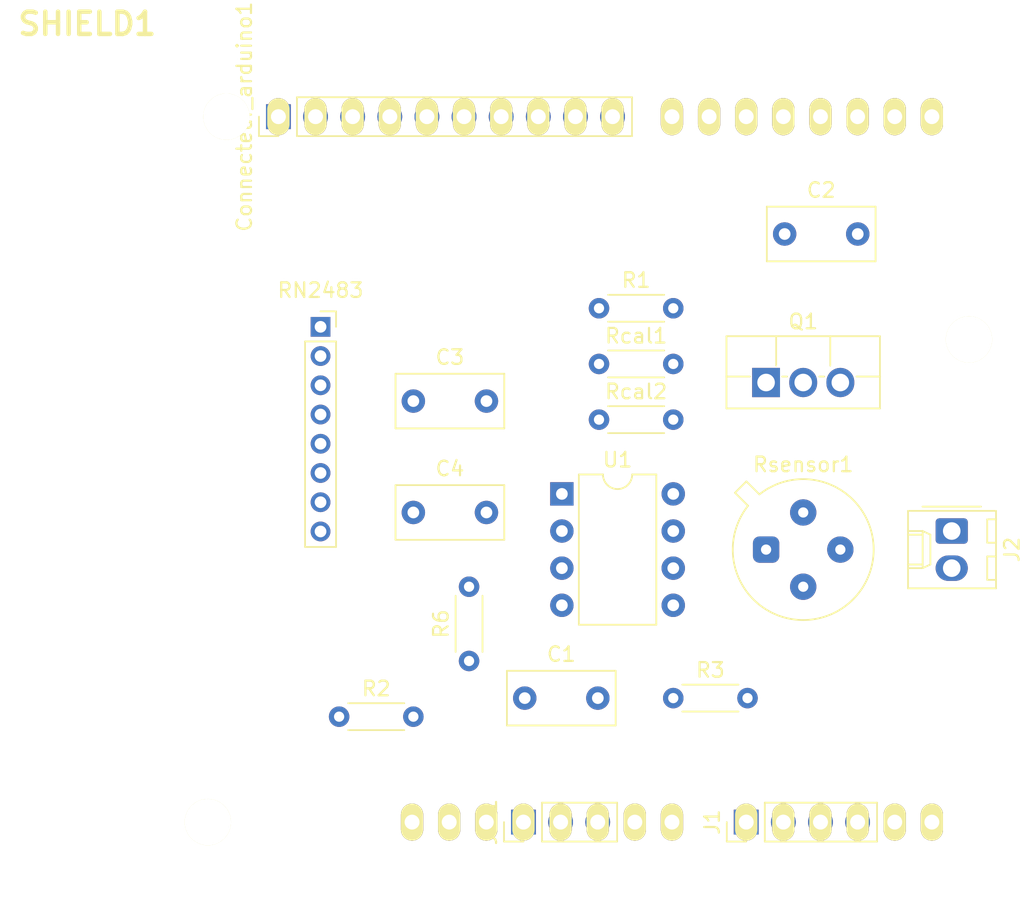
<source format=kicad_pcb>
(kicad_pcb (version 20171130) (host pcbnew "(5.0.1)-3")

  (general
    (thickness 1.6)
    (drawings 0)
    (tracks 0)
    (zones 0)
    (modules 19)
    (nets 62)
  )

  (page A4)
  (layers
    (0 F.Cu signal)
    (31 B.Cu signal)
    (32 B.Adhes user)
    (33 F.Adhes user)
    (34 B.Paste user)
    (35 F.Paste user)
    (36 B.SilkS user)
    (37 F.SilkS user)
    (38 B.Mask user)
    (39 F.Mask user)
    (40 Dwgs.User user)
    (41 Cmts.User user)
    (42 Eco1.User user)
    (43 Eco2.User user)
    (44 Edge.Cuts user)
    (45 Margin user)
    (46 B.CrtYd user)
    (47 F.CrtYd user)
    (48 B.Fab user)
    (49 F.Fab user)
  )

  (setup
    (last_trace_width 1)
    (trace_clearance 0.2)
    (zone_clearance 0.508)
    (zone_45_only no)
    (trace_min 0.2)
    (segment_width 0.2)
    (edge_width 0.1)
    (via_size 0.8)
    (via_drill 0.4)
    (via_min_size 0.4)
    (via_min_drill 0.3)
    (uvia_size 0.3)
    (uvia_drill 0.1)
    (uvias_allowed no)
    (uvia_min_size 0.2)
    (uvia_min_drill 0.1)
    (pcb_text_width 0.3)
    (pcb_text_size 1.5 1.5)
    (mod_edge_width 0.15)
    (mod_text_size 1 1)
    (mod_text_width 0.15)
    (pad_size 1.5 1.5)
    (pad_drill 0.6)
    (pad_to_mask_clearance 0)
    (aux_axis_origin 0 0)
    (visible_elements FFFFFF7F)
    (pcbplotparams
      (layerselection 0x010fc_ffffffff)
      (usegerberextensions false)
      (usegerberattributes false)
      (usegerberadvancedattributes false)
      (creategerberjobfile false)
      (excludeedgelayer true)
      (linewidth 0.100000)
      (plotframeref false)
      (viasonmask false)
      (mode 1)
      (useauxorigin false)
      (hpglpennumber 1)
      (hpglpenspeed 20)
      (hpglpendiameter 15.000000)
      (psnegative false)
      (psa4output false)
      (plotreference true)
      (plotvalue true)
      (plotinvisibletext false)
      (padsonsilk false)
      (subtractmaskfromsilk false)
      (outputformat 1)
      (mirror false)
      (drillshape 1)
      (scaleselection 1)
      (outputdirectory ""))
  )

  (net 0 "")
  (net 1 "Net-(C1-Pad1)")
  (net 2 GND)
  (net 3 GAS)
  (net 4 +5V)
  (net 5 "Net-(C4-Pad2)")
  (net 6 "Net-(C4-Pad1)")
  (net 7 "Net-(Connecteur_arduino1-Pad1)")
  (net 8 "Net-(Connecteur_arduino1-Pad2)")
  (net 9 "Net-(Connecteur_arduino1-Pad3)")
  (net 10 "Net-(Connecteur_arduino1-Pad4)")
  (net 11 "Net-(Connecteur_arduino1-Pad5)")
  (net 12 "Net-(Connecteur_arduino1-Pad6)")
  (net 13 TX)
  (net 14 RX)
  (net 15 "Net-(Connecteur_arduino1-Pad9)")
  (net 16 "Net-(Connecteur_arduino1-Pad10)")
  (net 17 "Net-(J1-Pad1)")
  (net 18 "Net-(J1-Pad2)")
  (net 19 "Net-(J1-Pad4)")
  (net 20 "Net-(J2-Pad1)")
  (net 21 +3V3)
  (net 22 "Net-(Q1-Pad1)")
  (net 23 "Net-(R1-Pad1)")
  (net 24 "Net-(Rcal1-Pad2)")
  (net 25 "Net-(RN2483-Pad3)")
  (net 26 "Net-(RN2483-Pad4)")
  (net 27 "Net-(RN2483-Pad5)")
  (net 28 "Net-(RN2483-Pad7)")
  (net 29 "Net-(SHIELD1-PadAD5)")
  (net 30 "Net-(SHIELD1-PadAD4)")
  (net 31 "Net-(SHIELD1-PadAD3)")
  (net 32 "Net-(SHIELD1-PadAD0)")
  (net 33 "Net-(SHIELD1-PadAD1)")
  (net 34 "Net-(SHIELD1-PadAD2)")
  (net 35 "Net-(SHIELD1-PadV_IN)")
  (net 36 "Net-(SHIELD1-PadGND1)")
  (net 37 "Net-(SHIELD1-Pad3V3)")
  (net 38 "Net-(SHIELD1-PadRST)")
  (net 39 "Net-(SHIELD1-Pad0)")
  (net 40 "Net-(SHIELD1-Pad1)")
  (net 41 "Net-(SHIELD1-Pad2)")
  (net 42 "Net-(SHIELD1-Pad3)")
  (net 43 "Net-(SHIELD1-Pad4)")
  (net 44 "Net-(SHIELD1-Pad5)")
  (net 45 "Net-(SHIELD1-Pad6)")
  (net 46 "Net-(SHIELD1-Pad7)")
  (net 47 "Net-(SHIELD1-Pad8)")
  (net 48 "Net-(SHIELD1-Pad9)")
  (net 49 "Net-(SHIELD1-Pad10)")
  (net 50 "Net-(SHIELD1-Pad11)")
  (net 51 "Net-(SHIELD1-Pad12)")
  (net 52 "Net-(SHIELD1-Pad13)")
  (net 53 "Net-(SHIELD1-PadAREF)")
  (net 54 "Net-(SHIELD1-Pad5V)")
  (net 55 "Net-(SHIELD1-PadSDA)")
  (net 56 "Net-(SHIELD1-PadSCL)")
  (net 57 "Net-(SHIELD1-PadIO_R)")
  (net 58 "Net-(SHIELD1-PadNC)")
  (net 59 "Net-(U1-Pad1)")
  (net 60 "Net-(U1-Pad5)")
  (net 61 "Net-(U1-Pad8)")

  (net_class Default "Ceci est la Netclass par défaut."
    (clearance 0.2)
    (trace_width 1)
    (via_dia 0.8)
    (via_drill 0.4)
    (uvia_dia 0.3)
    (uvia_drill 0.1)
    (add_net +3V3)
    (add_net +5V)
    (add_net GAS)
    (add_net GND)
    (add_net "Net-(C1-Pad1)")
    (add_net "Net-(C4-Pad1)")
    (add_net "Net-(C4-Pad2)")
    (add_net "Net-(Connecteur_arduino1-Pad1)")
    (add_net "Net-(Connecteur_arduino1-Pad10)")
    (add_net "Net-(Connecteur_arduino1-Pad2)")
    (add_net "Net-(Connecteur_arduino1-Pad3)")
    (add_net "Net-(Connecteur_arduino1-Pad4)")
    (add_net "Net-(Connecteur_arduino1-Pad5)")
    (add_net "Net-(Connecteur_arduino1-Pad6)")
    (add_net "Net-(Connecteur_arduino1-Pad9)")
    (add_net "Net-(J1-Pad1)")
    (add_net "Net-(J1-Pad2)")
    (add_net "Net-(J1-Pad4)")
    (add_net "Net-(J2-Pad1)")
    (add_net "Net-(Q1-Pad1)")
    (add_net "Net-(R1-Pad1)")
    (add_net "Net-(RN2483-Pad3)")
    (add_net "Net-(RN2483-Pad4)")
    (add_net "Net-(RN2483-Pad5)")
    (add_net "Net-(RN2483-Pad7)")
    (add_net "Net-(Rcal1-Pad2)")
    (add_net "Net-(SHIELD1-Pad0)")
    (add_net "Net-(SHIELD1-Pad1)")
    (add_net "Net-(SHIELD1-Pad10)")
    (add_net "Net-(SHIELD1-Pad11)")
    (add_net "Net-(SHIELD1-Pad12)")
    (add_net "Net-(SHIELD1-Pad13)")
    (add_net "Net-(SHIELD1-Pad2)")
    (add_net "Net-(SHIELD1-Pad3)")
    (add_net "Net-(SHIELD1-Pad3V3)")
    (add_net "Net-(SHIELD1-Pad4)")
    (add_net "Net-(SHIELD1-Pad5)")
    (add_net "Net-(SHIELD1-Pad5V)")
    (add_net "Net-(SHIELD1-Pad6)")
    (add_net "Net-(SHIELD1-Pad7)")
    (add_net "Net-(SHIELD1-Pad8)")
    (add_net "Net-(SHIELD1-Pad9)")
    (add_net "Net-(SHIELD1-PadAD0)")
    (add_net "Net-(SHIELD1-PadAD1)")
    (add_net "Net-(SHIELD1-PadAD2)")
    (add_net "Net-(SHIELD1-PadAD3)")
    (add_net "Net-(SHIELD1-PadAD4)")
    (add_net "Net-(SHIELD1-PadAD5)")
    (add_net "Net-(SHIELD1-PadAREF)")
    (add_net "Net-(SHIELD1-PadGND1)")
    (add_net "Net-(SHIELD1-PadIO_R)")
    (add_net "Net-(SHIELD1-PadNC)")
    (add_net "Net-(SHIELD1-PadRST)")
    (add_net "Net-(SHIELD1-PadSCL)")
    (add_net "Net-(SHIELD1-PadSDA)")
    (add_net "Net-(SHIELD1-PadV_IN)")
    (add_net "Net-(U1-Pad1)")
    (add_net "Net-(U1-Pad5)")
    (add_net "Net-(U1-Pad8)")
    (add_net RX)
    (add_net TX)
  )

  (net_class alim ""
    (clearance 0.2)
    (trace_width 1)
    (via_dia 0.8)
    (via_drill 0.4)
    (uvia_dia 0.3)
    (uvia_drill 0.1)
  )

  (module Capacitor_THT:C_Rect_L7.2mm_W3.5mm_P5.00mm_FKS2_FKP2_MKS2_MKP2 (layer F.Cu) (tedit 5AE50EF0) (tstamp 5C012A33)
    (at 147.32 110.49)
    (descr "C, Rect series, Radial, pin pitch=5.00mm, , length*width=7.2*3.5mm^2, Capacitor, http://www.wima.com/EN/WIMA_FKS_2.pdf")
    (tags "C Rect series Radial pin pitch 5.00mm  length 7.2mm width 3.5mm Capacitor")
    (path /5BEAC7FF)
    (fp_text reference C1 (at 2.5 -3) (layer F.SilkS)
      (effects (font (size 1 1) (thickness 0.15)))
    )
    (fp_text value 100n (at 2.5 3) (layer F.Fab)
      (effects (font (size 1 1) (thickness 0.15)))
    )
    (fp_line (start -1.1 -1.75) (end -1.1 1.75) (layer F.Fab) (width 0.1))
    (fp_line (start -1.1 1.75) (end 6.1 1.75) (layer F.Fab) (width 0.1))
    (fp_line (start 6.1 1.75) (end 6.1 -1.75) (layer F.Fab) (width 0.1))
    (fp_line (start 6.1 -1.75) (end -1.1 -1.75) (layer F.Fab) (width 0.1))
    (fp_line (start -1.22 -1.87) (end 6.22 -1.87) (layer F.SilkS) (width 0.12))
    (fp_line (start -1.22 1.87) (end 6.22 1.87) (layer F.SilkS) (width 0.12))
    (fp_line (start -1.22 -1.87) (end -1.22 1.87) (layer F.SilkS) (width 0.12))
    (fp_line (start 6.22 -1.87) (end 6.22 1.87) (layer F.SilkS) (width 0.12))
    (fp_line (start -1.35 -2) (end -1.35 2) (layer F.CrtYd) (width 0.05))
    (fp_line (start -1.35 2) (end 6.35 2) (layer F.CrtYd) (width 0.05))
    (fp_line (start 6.35 2) (end 6.35 -2) (layer F.CrtYd) (width 0.05))
    (fp_line (start 6.35 -2) (end -1.35 -2) (layer F.CrtYd) (width 0.05))
    (fp_text user %R (at 2.5 0) (layer F.Fab)
      (effects (font (size 1 1) (thickness 0.15)))
    )
    (pad 1 thru_hole circle (at 0 0) (size 1.6 1.6) (drill 0.8) (layers *.Cu *.Mask)
      (net 1 "Net-(C1-Pad1)"))
    (pad 2 thru_hole circle (at 5 0) (size 1.6 1.6) (drill 0.8) (layers *.Cu *.Mask)
      (net 2 GND))
    (model ${KISYS3DMOD}/Capacitor_THT.3dshapes/C_Rect_L7.2mm_W3.5mm_P5.00mm_FKS2_FKP2_MKS2_MKP2.wrl
      (at (xyz 0 0 0))
      (scale (xyz 1 1 1))
      (rotate (xyz 0 0 0))
    )
  )

  (module Capacitor_THT:C_Rect_L7.2mm_W3.5mm_P5.00mm_FKS2_FKP2_MKS2_MKP2 (layer F.Cu) (tedit 5AE50EF0) (tstamp 5C012A46)
    (at 165.1 78.74)
    (descr "C, Rect series, Radial, pin pitch=5.00mm, , length*width=7.2*3.5mm^2, Capacitor, http://www.wima.com/EN/WIMA_FKS_2.pdf")
    (tags "C Rect series Radial pin pitch 5.00mm  length 7.2mm width 3.5mm Capacitor")
    (path /5BE33E33)
    (fp_text reference C2 (at 2.5 -3) (layer F.SilkS)
      (effects (font (size 1 1) (thickness 0.15)))
    )
    (fp_text value 100n (at 2.5 3) (layer F.Fab)
      (effects (font (size 1 1) (thickness 0.15)))
    )
    (fp_line (start -1.1 -1.75) (end -1.1 1.75) (layer F.Fab) (width 0.1))
    (fp_line (start -1.1 1.75) (end 6.1 1.75) (layer F.Fab) (width 0.1))
    (fp_line (start 6.1 1.75) (end 6.1 -1.75) (layer F.Fab) (width 0.1))
    (fp_line (start 6.1 -1.75) (end -1.1 -1.75) (layer F.Fab) (width 0.1))
    (fp_line (start -1.22 -1.87) (end 6.22 -1.87) (layer F.SilkS) (width 0.12))
    (fp_line (start -1.22 1.87) (end 6.22 1.87) (layer F.SilkS) (width 0.12))
    (fp_line (start -1.22 -1.87) (end -1.22 1.87) (layer F.SilkS) (width 0.12))
    (fp_line (start 6.22 -1.87) (end 6.22 1.87) (layer F.SilkS) (width 0.12))
    (fp_line (start -1.35 -2) (end -1.35 2) (layer F.CrtYd) (width 0.05))
    (fp_line (start -1.35 2) (end 6.35 2) (layer F.CrtYd) (width 0.05))
    (fp_line (start 6.35 2) (end 6.35 -2) (layer F.CrtYd) (width 0.05))
    (fp_line (start 6.35 -2) (end -1.35 -2) (layer F.CrtYd) (width 0.05))
    (fp_text user %R (at 2.5 0) (layer F.Fab)
      (effects (font (size 1 1) (thickness 0.15)))
    )
    (pad 1 thru_hole circle (at 0 0) (size 1.6 1.6) (drill 0.8) (layers *.Cu *.Mask)
      (net 3 GAS))
    (pad 2 thru_hole circle (at 5 0) (size 1.6 1.6) (drill 0.8) (layers *.Cu *.Mask)
      (net 2 GND))
    (model ${KISYS3DMOD}/Capacitor_THT.3dshapes/C_Rect_L7.2mm_W3.5mm_P5.00mm_FKS2_FKP2_MKS2_MKP2.wrl
      (at (xyz 0 0 0))
      (scale (xyz 1 1 1))
      (rotate (xyz 0 0 0))
    )
  )

  (module Capacitor_THT:C_Rect_L7.2mm_W3.5mm_P5.00mm_FKS2_FKP2_MKS2_MKP2 (layer F.Cu) (tedit 5AE50EF0) (tstamp 5C012A59)
    (at 139.7 90.17)
    (descr "C, Rect series, Radial, pin pitch=5.00mm, , length*width=7.2*3.5mm^2, Capacitor, http://www.wima.com/EN/WIMA_FKS_2.pdf")
    (tags "C Rect series Radial pin pitch 5.00mm  length 7.2mm width 3.5mm Capacitor")
    (path /5BE33EDD)
    (fp_text reference C3 (at 2.5 -3) (layer F.SilkS)
      (effects (font (size 1 1) (thickness 0.15)))
    )
    (fp_text value 100n (at 2.5 3) (layer F.Fab)
      (effects (font (size 1 1) (thickness 0.15)))
    )
    (fp_text user %R (at 2.5 0) (layer F.Fab)
      (effects (font (size 1 1) (thickness 0.15)))
    )
    (fp_line (start 6.35 -2) (end -1.35 -2) (layer F.CrtYd) (width 0.05))
    (fp_line (start 6.35 2) (end 6.35 -2) (layer F.CrtYd) (width 0.05))
    (fp_line (start -1.35 2) (end 6.35 2) (layer F.CrtYd) (width 0.05))
    (fp_line (start -1.35 -2) (end -1.35 2) (layer F.CrtYd) (width 0.05))
    (fp_line (start 6.22 -1.87) (end 6.22 1.87) (layer F.SilkS) (width 0.12))
    (fp_line (start -1.22 -1.87) (end -1.22 1.87) (layer F.SilkS) (width 0.12))
    (fp_line (start -1.22 1.87) (end 6.22 1.87) (layer F.SilkS) (width 0.12))
    (fp_line (start -1.22 -1.87) (end 6.22 -1.87) (layer F.SilkS) (width 0.12))
    (fp_line (start 6.1 -1.75) (end -1.1 -1.75) (layer F.Fab) (width 0.1))
    (fp_line (start 6.1 1.75) (end 6.1 -1.75) (layer F.Fab) (width 0.1))
    (fp_line (start -1.1 1.75) (end 6.1 1.75) (layer F.Fab) (width 0.1))
    (fp_line (start -1.1 -1.75) (end -1.1 1.75) (layer F.Fab) (width 0.1))
    (pad 2 thru_hole circle (at 5 0) (size 1.6 1.6) (drill 0.8) (layers *.Cu *.Mask)
      (net 2 GND))
    (pad 1 thru_hole circle (at 0 0) (size 1.6 1.6) (drill 0.8) (layers *.Cu *.Mask)
      (net 4 +5V))
    (model ${KISYS3DMOD}/Capacitor_THT.3dshapes/C_Rect_L7.2mm_W3.5mm_P5.00mm_FKS2_FKP2_MKS2_MKP2.wrl
      (at (xyz 0 0 0))
      (scale (xyz 1 1 1))
      (rotate (xyz 0 0 0))
    )
  )

  (module Capacitor_THT:C_Rect_L7.2mm_W3.5mm_P5.00mm_FKS2_FKP2_MKS2_MKP2 (layer F.Cu) (tedit 5AE50EF0) (tstamp 5C012A6C)
    (at 139.7 97.79)
    (descr "C, Rect series, Radial, pin pitch=5.00mm, , length*width=7.2*3.5mm^2, Capacitor, http://www.wima.com/EN/WIMA_FKS_2.pdf")
    (tags "C Rect series Radial pin pitch 5.00mm  length 7.2mm width 3.5mm Capacitor")
    (path /5BE33CE3)
    (fp_text reference C4 (at 2.5 -3) (layer F.SilkS)
      (effects (font (size 1 1) (thickness 0.15)))
    )
    (fp_text value 1u (at 2.5 3) (layer F.Fab)
      (effects (font (size 1 1) (thickness 0.15)))
    )
    (fp_text user %R (at 2.5 0) (layer F.Fab)
      (effects (font (size 1 1) (thickness 0.15)))
    )
    (fp_line (start 6.35 -2) (end -1.35 -2) (layer F.CrtYd) (width 0.05))
    (fp_line (start 6.35 2) (end 6.35 -2) (layer F.CrtYd) (width 0.05))
    (fp_line (start -1.35 2) (end 6.35 2) (layer F.CrtYd) (width 0.05))
    (fp_line (start -1.35 -2) (end -1.35 2) (layer F.CrtYd) (width 0.05))
    (fp_line (start 6.22 -1.87) (end 6.22 1.87) (layer F.SilkS) (width 0.12))
    (fp_line (start -1.22 -1.87) (end -1.22 1.87) (layer F.SilkS) (width 0.12))
    (fp_line (start -1.22 1.87) (end 6.22 1.87) (layer F.SilkS) (width 0.12))
    (fp_line (start -1.22 -1.87) (end 6.22 -1.87) (layer F.SilkS) (width 0.12))
    (fp_line (start 6.1 -1.75) (end -1.1 -1.75) (layer F.Fab) (width 0.1))
    (fp_line (start 6.1 1.75) (end 6.1 -1.75) (layer F.Fab) (width 0.1))
    (fp_line (start -1.1 1.75) (end 6.1 1.75) (layer F.Fab) (width 0.1))
    (fp_line (start -1.1 -1.75) (end -1.1 1.75) (layer F.Fab) (width 0.1))
    (pad 2 thru_hole circle (at 5 0) (size 1.6 1.6) (drill 0.8) (layers *.Cu *.Mask)
      (net 5 "Net-(C4-Pad2)"))
    (pad 1 thru_hole circle (at 0 0) (size 1.6 1.6) (drill 0.8) (layers *.Cu *.Mask)
      (net 6 "Net-(C4-Pad1)"))
    (model ${KISYS3DMOD}/Capacitor_THT.3dshapes/C_Rect_L7.2mm_W3.5mm_P5.00mm_FKS2_FKP2_MKS2_MKP2.wrl
      (at (xyz 0 0 0))
      (scale (xyz 1 1 1))
      (rotate (xyz 0 0 0))
    )
  )

  (module Connector_PinHeader_2.54mm:PinHeader_1x10_P2.54mm_Vertical (layer F.Cu) (tedit 59FED5CC) (tstamp 5C012A8A)
    (at 130.4671 70.7136 90)
    (descr "Through hole straight pin header, 1x10, 2.54mm pitch, single row")
    (tags "Through hole pin header THT 1x10 2.54mm single row")
    (path /5BE36BD3)
    (fp_text reference Connecteur_arduino1 (at 0 -2.33 90) (layer F.SilkS)
      (effects (font (size 1 1) (thickness 0.15)))
    )
    (fp_text value Conn_01x10 (at 0 25.19 90) (layer F.Fab)
      (effects (font (size 1 1) (thickness 0.15)))
    )
    (fp_line (start -0.635 -1.27) (end 1.27 -1.27) (layer F.Fab) (width 0.1))
    (fp_line (start 1.27 -1.27) (end 1.27 24.13) (layer F.Fab) (width 0.1))
    (fp_line (start 1.27 24.13) (end -1.27 24.13) (layer F.Fab) (width 0.1))
    (fp_line (start -1.27 24.13) (end -1.27 -0.635) (layer F.Fab) (width 0.1))
    (fp_line (start -1.27 -0.635) (end -0.635 -1.27) (layer F.Fab) (width 0.1))
    (fp_line (start -1.33 24.19) (end 1.33 24.19) (layer F.SilkS) (width 0.12))
    (fp_line (start -1.33 1.27) (end -1.33 24.19) (layer F.SilkS) (width 0.12))
    (fp_line (start 1.33 1.27) (end 1.33 24.19) (layer F.SilkS) (width 0.12))
    (fp_line (start -1.33 1.27) (end 1.33 1.27) (layer F.SilkS) (width 0.12))
    (fp_line (start -1.33 0) (end -1.33 -1.33) (layer F.SilkS) (width 0.12))
    (fp_line (start -1.33 -1.33) (end 0 -1.33) (layer F.SilkS) (width 0.12))
    (fp_line (start -1.8 -1.8) (end -1.8 24.65) (layer F.CrtYd) (width 0.05))
    (fp_line (start -1.8 24.65) (end 1.8 24.65) (layer F.CrtYd) (width 0.05))
    (fp_line (start 1.8 24.65) (end 1.8 -1.8) (layer F.CrtYd) (width 0.05))
    (fp_line (start 1.8 -1.8) (end -1.8 -1.8) (layer F.CrtYd) (width 0.05))
    (fp_text user %R (at 0 11.43 180) (layer F.Fab)
      (effects (font (size 1 1) (thickness 0.15)))
    )
    (pad 1 thru_hole rect (at 0 0 90) (size 1.7 1.7) (drill 1) (layers *.Cu *.Mask)
      (net 7 "Net-(Connecteur_arduino1-Pad1)"))
    (pad 2 thru_hole oval (at 0 2.54 90) (size 1.7 1.7) (drill 1) (layers *.Cu *.Mask)
      (net 8 "Net-(Connecteur_arduino1-Pad2)"))
    (pad 3 thru_hole oval (at 0 5.08 90) (size 1.7 1.7) (drill 1) (layers *.Cu *.Mask)
      (net 9 "Net-(Connecteur_arduino1-Pad3)"))
    (pad 4 thru_hole oval (at 0 7.62 90) (size 1.7 1.7) (drill 1) (layers *.Cu *.Mask)
      (net 10 "Net-(Connecteur_arduino1-Pad4)"))
    (pad 5 thru_hole oval (at 0 10.16 90) (size 1.7 1.7) (drill 1) (layers *.Cu *.Mask)
      (net 11 "Net-(Connecteur_arduino1-Pad5)"))
    (pad 6 thru_hole oval (at 0 12.7 90) (size 1.7 1.7) (drill 1) (layers *.Cu *.Mask)
      (net 12 "Net-(Connecteur_arduino1-Pad6)"))
    (pad 7 thru_hole oval (at 0 15.24 90) (size 1.7 1.7) (drill 1) (layers *.Cu *.Mask)
      (net 13 TX))
    (pad 8 thru_hole oval (at 0 17.78 90) (size 1.7 1.7) (drill 1) (layers *.Cu *.Mask)
      (net 14 RX))
    (pad 9 thru_hole oval (at 0 20.32 90) (size 1.7 1.7) (drill 1) (layers *.Cu *.Mask)
      (net 15 "Net-(Connecteur_arduino1-Pad9)"))
    (pad 10 thru_hole oval (at 0 22.86 90) (size 1.7 1.7) (drill 1) (layers *.Cu *.Mask)
      (net 16 "Net-(Connecteur_arduino1-Pad10)"))
    (model ${KISYS3DMOD}/Connector_PinHeader_2.54mm.3dshapes/PinHeader_1x10_P2.54mm_Vertical.wrl
      (at (xyz 0 0 0))
      (scale (xyz 1 1 1))
      (rotate (xyz 0 0 0))
    )
  )

  (module Connector_PinHeader_2.54mm:PinHeader_1x04_P2.54mm_Vertical (layer F.Cu) (tedit 59FED5CC) (tstamp 5C012AA2)
    (at 162.4711 118.9736 90)
    (descr "Through hole straight pin header, 1x04, 2.54mm pitch, single row")
    (tags "Through hole pin header THT 1x04 2.54mm single row")
    (path /5BFB17B5)
    (fp_text reference J1 (at 0 -2.33 90) (layer F.SilkS)
      (effects (font (size 1 1) (thickness 0.15)))
    )
    (fp_text value Conn_01x04_Male (at 0 9.95 90) (layer F.Fab)
      (effects (font (size 1 1) (thickness 0.15)))
    )
    (fp_line (start -0.635 -1.27) (end 1.27 -1.27) (layer F.Fab) (width 0.1))
    (fp_line (start 1.27 -1.27) (end 1.27 8.89) (layer F.Fab) (width 0.1))
    (fp_line (start 1.27 8.89) (end -1.27 8.89) (layer F.Fab) (width 0.1))
    (fp_line (start -1.27 8.89) (end -1.27 -0.635) (layer F.Fab) (width 0.1))
    (fp_line (start -1.27 -0.635) (end -0.635 -1.27) (layer F.Fab) (width 0.1))
    (fp_line (start -1.33 8.95) (end 1.33 8.95) (layer F.SilkS) (width 0.12))
    (fp_line (start -1.33 1.27) (end -1.33 8.95) (layer F.SilkS) (width 0.12))
    (fp_line (start 1.33 1.27) (end 1.33 8.95) (layer F.SilkS) (width 0.12))
    (fp_line (start -1.33 1.27) (end 1.33 1.27) (layer F.SilkS) (width 0.12))
    (fp_line (start -1.33 0) (end -1.33 -1.33) (layer F.SilkS) (width 0.12))
    (fp_line (start -1.33 -1.33) (end 0 -1.33) (layer F.SilkS) (width 0.12))
    (fp_line (start -1.8 -1.8) (end -1.8 9.4) (layer F.CrtYd) (width 0.05))
    (fp_line (start -1.8 9.4) (end 1.8 9.4) (layer F.CrtYd) (width 0.05))
    (fp_line (start 1.8 9.4) (end 1.8 -1.8) (layer F.CrtYd) (width 0.05))
    (fp_line (start 1.8 -1.8) (end -1.8 -1.8) (layer F.CrtYd) (width 0.05))
    (fp_text user %R (at 0 3.81 180) (layer F.Fab)
      (effects (font (size 1 1) (thickness 0.15)))
    )
    (pad 1 thru_hole rect (at 0 0 90) (size 1.7 1.7) (drill 1) (layers *.Cu *.Mask)
      (net 17 "Net-(J1-Pad1)"))
    (pad 2 thru_hole oval (at 0 2.54 90) (size 1.7 1.7) (drill 1) (layers *.Cu *.Mask)
      (net 18 "Net-(J1-Pad2)"))
    (pad 3 thru_hole oval (at 0 5.08 90) (size 1.7 1.7) (drill 1) (layers *.Cu *.Mask)
      (net 3 GAS))
    (pad 4 thru_hole oval (at 0 7.62 90) (size 1.7 1.7) (drill 1) (layers *.Cu *.Mask)
      (net 19 "Net-(J1-Pad4)"))
    (model ${KISYS3DMOD}/Connector_PinHeader_2.54mm.3dshapes/PinHeader_1x04_P2.54mm_Vertical.wrl
      (at (xyz 0 0 0))
      (scale (xyz 1 1 1))
      (rotate (xyz 0 0 0))
    )
  )

  (module Connector_Molex:Molex_KK-254_AE-6410-02A_1x02_P2.54mm_Vertical (layer F.Cu) (tedit 5B78013E) (tstamp 5C012AC6)
    (at 176.53 99.06 270)
    (descr "Molex KK-254 Interconnect System, old/engineering part number: AE-6410-02A example for new part number: 22-27-2021, 2 Pins (http://www.molex.com/pdm_docs/sd/022272021_sd.pdf), generated with kicad-footprint-generator")
    (tags "connector Molex KK-254 side entry")
    (path /5BEC4B2F)
    (fp_text reference J2 (at 1.27 -4.12 270) (layer F.SilkS)
      (effects (font (size 1 1) (thickness 0.15)))
    )
    (fp_text value "Alim Vin" (at 1.27 4.08 270) (layer F.Fab)
      (effects (font (size 1 1) (thickness 0.15)))
    )
    (fp_line (start -1.27 -2.92) (end -1.27 2.88) (layer F.Fab) (width 0.1))
    (fp_line (start -1.27 2.88) (end 3.81 2.88) (layer F.Fab) (width 0.1))
    (fp_line (start 3.81 2.88) (end 3.81 -2.92) (layer F.Fab) (width 0.1))
    (fp_line (start 3.81 -2.92) (end -1.27 -2.92) (layer F.Fab) (width 0.1))
    (fp_line (start -1.38 -3.03) (end -1.38 2.99) (layer F.SilkS) (width 0.12))
    (fp_line (start -1.38 2.99) (end 3.92 2.99) (layer F.SilkS) (width 0.12))
    (fp_line (start 3.92 2.99) (end 3.92 -3.03) (layer F.SilkS) (width 0.12))
    (fp_line (start 3.92 -3.03) (end -1.38 -3.03) (layer F.SilkS) (width 0.12))
    (fp_line (start -1.67 -2) (end -1.67 2) (layer F.SilkS) (width 0.12))
    (fp_line (start -1.27 -0.5) (end -0.562893 0) (layer F.Fab) (width 0.1))
    (fp_line (start -0.562893 0) (end -1.27 0.5) (layer F.Fab) (width 0.1))
    (fp_line (start 0 2.99) (end 0 1.99) (layer F.SilkS) (width 0.12))
    (fp_line (start 0 1.99) (end 2.54 1.99) (layer F.SilkS) (width 0.12))
    (fp_line (start 2.54 1.99) (end 2.54 2.99) (layer F.SilkS) (width 0.12))
    (fp_line (start 0 1.99) (end 0.25 1.46) (layer F.SilkS) (width 0.12))
    (fp_line (start 0.25 1.46) (end 2.29 1.46) (layer F.SilkS) (width 0.12))
    (fp_line (start 2.29 1.46) (end 2.54 1.99) (layer F.SilkS) (width 0.12))
    (fp_line (start 0.25 2.99) (end 0.25 1.99) (layer F.SilkS) (width 0.12))
    (fp_line (start 2.29 2.99) (end 2.29 1.99) (layer F.SilkS) (width 0.12))
    (fp_line (start -0.8 -3.03) (end -0.8 -2.43) (layer F.SilkS) (width 0.12))
    (fp_line (start -0.8 -2.43) (end 0.8 -2.43) (layer F.SilkS) (width 0.12))
    (fp_line (start 0.8 -2.43) (end 0.8 -3.03) (layer F.SilkS) (width 0.12))
    (fp_line (start 1.74 -3.03) (end 1.74 -2.43) (layer F.SilkS) (width 0.12))
    (fp_line (start 1.74 -2.43) (end 3.34 -2.43) (layer F.SilkS) (width 0.12))
    (fp_line (start 3.34 -2.43) (end 3.34 -3.03) (layer F.SilkS) (width 0.12))
    (fp_line (start -1.77 -3.42) (end -1.77 3.38) (layer F.CrtYd) (width 0.05))
    (fp_line (start -1.77 3.38) (end 4.31 3.38) (layer F.CrtYd) (width 0.05))
    (fp_line (start 4.31 3.38) (end 4.31 -3.42) (layer F.CrtYd) (width 0.05))
    (fp_line (start 4.31 -3.42) (end -1.77 -3.42) (layer F.CrtYd) (width 0.05))
    (fp_text user %R (at 1.27 -2.22 270) (layer F.Fab)
      (effects (font (size 1 1) (thickness 0.15)))
    )
    (pad 1 thru_hole roundrect (at 0 0 270) (size 1.74 2.2) (drill 1.2) (layers *.Cu *.Mask) (roundrect_rratio 0.143678)
      (net 20 "Net-(J2-Pad1)"))
    (pad 2 thru_hole oval (at 2.54 0 270) (size 1.74 2.2) (drill 1.2) (layers *.Cu *.Mask)
      (net 2 GND))
    (model ${KISYS3DMOD}/Connector_Molex.3dshapes/Molex_KK-254_AE-6410-02A_1x02_P2.54mm_Vertical.wrl
      (at (xyz 0 0 0))
      (scale (xyz 1 1 1))
      (rotate (xyz 0 0 0))
    )
  )

  (module Connector_PinHeader_2.54mm:PinHeader_1x03_P2.54mm_Vertical (layer F.Cu) (tedit 59FED5CC) (tstamp 5C012ADD)
    (at 147.2311 118.9736 90)
    (descr "Through hole straight pin header, 1x03, 2.54mm pitch, single row")
    (tags "Through hole pin header THT 1x03 2.54mm single row")
    (path /5BE94A05)
    (fp_text reference Jal1 (at 0 -2.33 90) (layer F.SilkS)
      (effects (font (size 1 1) (thickness 0.15)))
    )
    (fp_text value "alim conn" (at 0 7.41 90) (layer F.Fab)
      (effects (font (size 1 1) (thickness 0.15)))
    )
    (fp_line (start -0.635 -1.27) (end 1.27 -1.27) (layer F.Fab) (width 0.1))
    (fp_line (start 1.27 -1.27) (end 1.27 6.35) (layer F.Fab) (width 0.1))
    (fp_line (start 1.27 6.35) (end -1.27 6.35) (layer F.Fab) (width 0.1))
    (fp_line (start -1.27 6.35) (end -1.27 -0.635) (layer F.Fab) (width 0.1))
    (fp_line (start -1.27 -0.635) (end -0.635 -1.27) (layer F.Fab) (width 0.1))
    (fp_line (start -1.33 6.41) (end 1.33 6.41) (layer F.SilkS) (width 0.12))
    (fp_line (start -1.33 1.27) (end -1.33 6.41) (layer F.SilkS) (width 0.12))
    (fp_line (start 1.33 1.27) (end 1.33 6.41) (layer F.SilkS) (width 0.12))
    (fp_line (start -1.33 1.27) (end 1.33 1.27) (layer F.SilkS) (width 0.12))
    (fp_line (start -1.33 0) (end -1.33 -1.33) (layer F.SilkS) (width 0.12))
    (fp_line (start -1.33 -1.33) (end 0 -1.33) (layer F.SilkS) (width 0.12))
    (fp_line (start -1.8 -1.8) (end -1.8 6.85) (layer F.CrtYd) (width 0.05))
    (fp_line (start -1.8 6.85) (end 1.8 6.85) (layer F.CrtYd) (width 0.05))
    (fp_line (start 1.8 6.85) (end 1.8 -1.8) (layer F.CrtYd) (width 0.05))
    (fp_line (start 1.8 -1.8) (end -1.8 -1.8) (layer F.CrtYd) (width 0.05))
    (fp_text user %R (at 0 2.54 180) (layer F.Fab)
      (effects (font (size 1 1) (thickness 0.15)))
    )
    (pad 1 thru_hole rect (at 0 0 90) (size 1.7 1.7) (drill 1) (layers *.Cu *.Mask)
      (net 21 +3V3))
    (pad 2 thru_hole oval (at 0 2.54 90) (size 1.7 1.7) (drill 1) (layers *.Cu *.Mask)
      (net 4 +5V))
    (pad 3 thru_hole oval (at 0 5.08 90) (size 1.7 1.7) (drill 1) (layers *.Cu *.Mask)
      (net 2 GND))
    (model ${KISYS3DMOD}/Connector_PinHeader_2.54mm.3dshapes/PinHeader_1x03_P2.54mm_Vertical.wrl
      (at (xyz 0 0 0))
      (scale (xyz 1 1 1))
      (rotate (xyz 0 0 0))
    )
  )

  (module Package_TO_SOT_THT:TO-220F-3_Vertical (layer F.Cu) (tedit 5AC8BA0D) (tstamp 5C012AFA)
    (at 163.83 88.9)
    (descr "TO-220F-3, Vertical, RM 2.54mm, see http://www.st.com/resource/en/datasheet/stp20nm60.pdf")
    (tags "TO-220F-3 Vertical RM 2.54mm")
    (path /5BEAC90A)
    (fp_text reference Q1 (at 2.54 -4.1675) (layer F.SilkS)
      (effects (font (size 1 1) (thickness 0.15)))
    )
    (fp_text value 2N2219 (at 2.54 2.9025) (layer F.Fab)
      (effects (font (size 1 1) (thickness 0.15)))
    )
    (fp_line (start -2.59 -3.0475) (end -2.59 1.6525) (layer F.Fab) (width 0.1))
    (fp_line (start -2.59 1.6525) (end 7.67 1.6525) (layer F.Fab) (width 0.1))
    (fp_line (start 7.67 1.6525) (end 7.67 -3.0475) (layer F.Fab) (width 0.1))
    (fp_line (start 7.67 -3.0475) (end -2.59 -3.0475) (layer F.Fab) (width 0.1))
    (fp_line (start -2.59 -0.5275) (end 7.67 -0.5275) (layer F.Fab) (width 0.1))
    (fp_line (start 0.69 -3.0475) (end 0.69 -0.5275) (layer F.Fab) (width 0.1))
    (fp_line (start 4.39 -3.0475) (end 4.39 -0.5275) (layer F.Fab) (width 0.1))
    (fp_line (start -2.71 -3.168) (end 7.79 -3.168) (layer F.SilkS) (width 0.12))
    (fp_line (start -2.71 1.773) (end 7.79 1.773) (layer F.SilkS) (width 0.12))
    (fp_line (start -2.71 -3.168) (end -2.71 1.773) (layer F.SilkS) (width 0.12))
    (fp_line (start 7.79 -3.168) (end 7.79 1.773) (layer F.SilkS) (width 0.12))
    (fp_line (start -2.71 -0.408) (end -1.103 -0.408) (layer F.SilkS) (width 0.12))
    (fp_line (start 1.103 -0.408) (end 1.438 -0.408) (layer F.SilkS) (width 0.12))
    (fp_line (start 3.643 -0.408) (end 3.978 -0.408) (layer F.SilkS) (width 0.12))
    (fp_line (start 6.183 -0.408) (end 7.79 -0.408) (layer F.SilkS) (width 0.12))
    (fp_line (start 0.69 -3.168) (end 0.69 -1.15) (layer F.SilkS) (width 0.12))
    (fp_line (start 4.391 -3.168) (end 4.391 -1.15) (layer F.SilkS) (width 0.12))
    (fp_line (start -2.84 -3.3) (end -2.84 1.91) (layer F.CrtYd) (width 0.05))
    (fp_line (start -2.84 1.91) (end 7.92 1.91) (layer F.CrtYd) (width 0.05))
    (fp_line (start 7.92 1.91) (end 7.92 -3.3) (layer F.CrtYd) (width 0.05))
    (fp_line (start 7.92 -3.3) (end -2.84 -3.3) (layer F.CrtYd) (width 0.05))
    (fp_text user %R (at 2.54 -4.1675) (layer F.Fab)
      (effects (font (size 1 1) (thickness 0.15)))
    )
    (pad 1 thru_hole rect (at 0 0) (size 1.905 2) (drill 1.2) (layers *.Cu *.Mask)
      (net 22 "Net-(Q1-Pad1)"))
    (pad 2 thru_hole oval (at 2.54 0) (size 1.905 2) (drill 1.2) (layers *.Cu *.Mask)
      (net 16 "Net-(Connecteur_arduino1-Pad10)"))
    (pad 3 thru_hole oval (at 5.08 0) (size 1.905 2) (drill 1.2) (layers *.Cu *.Mask)
      (net 20 "Net-(J2-Pad1)"))
    (model ${KISYS3DMOD}/Package_TO_SOT_THT.3dshapes/TO-220F-3_Vertical.wrl
      (at (xyz 0 0 0))
      (scale (xyz 1 1 1))
      (rotate (xyz 0 0 0))
    )
  )

  (module Resistor_THT:R_Axial_DIN0204_L3.6mm_D1.6mm_P5.08mm_Horizontal (layer F.Cu) (tedit 5AE5139B) (tstamp 5C012B0D)
    (at 152.4 83.82)
    (descr "Resistor, Axial_DIN0204 series, Axial, Horizontal, pin pitch=5.08mm, 0.167W, length*diameter=3.6*1.6mm^2, http://cdn-reichelt.de/documents/datenblatt/B400/1_4W%23YAG.pdf")
    (tags "Resistor Axial_DIN0204 series Axial Horizontal pin pitch 5.08mm 0.167W length 3.6mm diameter 1.6mm")
    (path /5BEB55AB)
    (fp_text reference R1 (at 2.54 -1.92) (layer F.SilkS)
      (effects (font (size 1 1) (thickness 0.15)))
    )
    (fp_text value 10k (at 2.54 1.92) (layer F.Fab)
      (effects (font (size 1 1) (thickness 0.15)))
    )
    (fp_text user %R (at 2.54 0) (layer F.Fab)
      (effects (font (size 0.72 0.72) (thickness 0.108)))
    )
    (fp_line (start 6.03 -1.05) (end -0.95 -1.05) (layer F.CrtYd) (width 0.05))
    (fp_line (start 6.03 1.05) (end 6.03 -1.05) (layer F.CrtYd) (width 0.05))
    (fp_line (start -0.95 1.05) (end 6.03 1.05) (layer F.CrtYd) (width 0.05))
    (fp_line (start -0.95 -1.05) (end -0.95 1.05) (layer F.CrtYd) (width 0.05))
    (fp_line (start 0.62 0.92) (end 4.46 0.92) (layer F.SilkS) (width 0.12))
    (fp_line (start 0.62 -0.92) (end 4.46 -0.92) (layer F.SilkS) (width 0.12))
    (fp_line (start 5.08 0) (end 4.34 0) (layer F.Fab) (width 0.1))
    (fp_line (start 0 0) (end 0.74 0) (layer F.Fab) (width 0.1))
    (fp_line (start 4.34 -0.8) (end 0.74 -0.8) (layer F.Fab) (width 0.1))
    (fp_line (start 4.34 0.8) (end 4.34 -0.8) (layer F.Fab) (width 0.1))
    (fp_line (start 0.74 0.8) (end 4.34 0.8) (layer F.Fab) (width 0.1))
    (fp_line (start 0.74 -0.8) (end 0.74 0.8) (layer F.Fab) (width 0.1))
    (pad 2 thru_hole oval (at 5.08 0) (size 1.4 1.4) (drill 0.7) (layers *.Cu *.Mask)
      (net 1 "Net-(C1-Pad1)"))
    (pad 1 thru_hole circle (at 0 0) (size 1.4 1.4) (drill 0.7) (layers *.Cu *.Mask)
      (net 23 "Net-(R1-Pad1)"))
    (model ${KISYS3DMOD}/Resistor_THT.3dshapes/R_Axial_DIN0204_L3.6mm_D1.6mm_P5.08mm_Horizontal.wrl
      (at (xyz 0 0 0))
      (scale (xyz 1 1 1))
      (rotate (xyz 0 0 0))
    )
  )

  (module Resistor_THT:R_Axial_DIN0204_L3.6mm_D1.6mm_P5.08mm_Horizontal (layer F.Cu) (tedit 5AE5139B) (tstamp 5C012B20)
    (at 134.62 111.76)
    (descr "Resistor, Axial_DIN0204 series, Axial, Horizontal, pin pitch=5.08mm, 0.167W, length*diameter=3.6*1.6mm^2, http://cdn-reichelt.de/documents/datenblatt/B400/1_4W%23YAG.pdf")
    (tags "Resistor Axial_DIN0204 series Axial Horizontal pin pitch 5.08mm 0.167W length 3.6mm diameter 1.6mm")
    (path /5BE3414E)
    (fp_text reference R2 (at 2.54 -1.92) (layer F.SilkS)
      (effects (font (size 1 1) (thickness 0.15)))
    )
    (fp_text value 100k (at 2.54 1.92) (layer F.Fab)
      (effects (font (size 1 1) (thickness 0.15)))
    )
    (fp_text user %R (at 2.54 0) (layer F.Fab)
      (effects (font (size 0.72 0.72) (thickness 0.108)))
    )
    (fp_line (start 6.03 -1.05) (end -0.95 -1.05) (layer F.CrtYd) (width 0.05))
    (fp_line (start 6.03 1.05) (end 6.03 -1.05) (layer F.CrtYd) (width 0.05))
    (fp_line (start -0.95 1.05) (end 6.03 1.05) (layer F.CrtYd) (width 0.05))
    (fp_line (start -0.95 -1.05) (end -0.95 1.05) (layer F.CrtYd) (width 0.05))
    (fp_line (start 0.62 0.92) (end 4.46 0.92) (layer F.SilkS) (width 0.12))
    (fp_line (start 0.62 -0.92) (end 4.46 -0.92) (layer F.SilkS) (width 0.12))
    (fp_line (start 5.08 0) (end 4.34 0) (layer F.Fab) (width 0.1))
    (fp_line (start 0 0) (end 0.74 0) (layer F.Fab) (width 0.1))
    (fp_line (start 4.34 -0.8) (end 0.74 -0.8) (layer F.Fab) (width 0.1))
    (fp_line (start 4.34 0.8) (end 4.34 -0.8) (layer F.Fab) (width 0.1))
    (fp_line (start 0.74 0.8) (end 4.34 0.8) (layer F.Fab) (width 0.1))
    (fp_line (start 0.74 -0.8) (end 0.74 0.8) (layer F.Fab) (width 0.1))
    (pad 2 thru_hole oval (at 5.08 0) (size 1.4 1.4) (drill 0.7) (layers *.Cu *.Mask)
      (net 2 GND))
    (pad 1 thru_hole circle (at 0 0) (size 1.4 1.4) (drill 0.7) (layers *.Cu *.Mask)
      (net 1 "Net-(C1-Pad1)"))
    (model ${KISYS3DMOD}/Resistor_THT.3dshapes/R_Axial_DIN0204_L3.6mm_D1.6mm_P5.08mm_Horizontal.wrl
      (at (xyz 0 0 0))
      (scale (xyz 1 1 1))
      (rotate (xyz 0 0 0))
    )
  )

  (module Resistor_THT:R_Axial_DIN0204_L3.6mm_D1.6mm_P5.08mm_Horizontal (layer F.Cu) (tedit 5AE5139B) (tstamp 5C012B33)
    (at 157.48 110.49)
    (descr "Resistor, Axial_DIN0204 series, Axial, Horizontal, pin pitch=5.08mm, 0.167W, length*diameter=3.6*1.6mm^2, http://cdn-reichelt.de/documents/datenblatt/B400/1_4W%23YAG.pdf")
    (tags "Resistor Axial_DIN0204 series Axial Horizontal pin pitch 5.08mm 0.167W length 3.6mm diameter 1.6mm")
    (path /5BE340CE)
    (fp_text reference R3 (at 2.54 -1.92) (layer F.SilkS)
      (effects (font (size 1 1) (thickness 0.15)))
    )
    (fp_text value 100k (at 2.54 1.92) (layer F.Fab)
      (effects (font (size 1 1) (thickness 0.15)))
    )
    (fp_line (start 0.74 -0.8) (end 0.74 0.8) (layer F.Fab) (width 0.1))
    (fp_line (start 0.74 0.8) (end 4.34 0.8) (layer F.Fab) (width 0.1))
    (fp_line (start 4.34 0.8) (end 4.34 -0.8) (layer F.Fab) (width 0.1))
    (fp_line (start 4.34 -0.8) (end 0.74 -0.8) (layer F.Fab) (width 0.1))
    (fp_line (start 0 0) (end 0.74 0) (layer F.Fab) (width 0.1))
    (fp_line (start 5.08 0) (end 4.34 0) (layer F.Fab) (width 0.1))
    (fp_line (start 0.62 -0.92) (end 4.46 -0.92) (layer F.SilkS) (width 0.12))
    (fp_line (start 0.62 0.92) (end 4.46 0.92) (layer F.SilkS) (width 0.12))
    (fp_line (start -0.95 -1.05) (end -0.95 1.05) (layer F.CrtYd) (width 0.05))
    (fp_line (start -0.95 1.05) (end 6.03 1.05) (layer F.CrtYd) (width 0.05))
    (fp_line (start 6.03 1.05) (end 6.03 -1.05) (layer F.CrtYd) (width 0.05))
    (fp_line (start 6.03 -1.05) (end -0.95 -1.05) (layer F.CrtYd) (width 0.05))
    (fp_text user %R (at 2.54 0) (layer F.Fab)
      (effects (font (size 0.72 0.72) (thickness 0.108)))
    )
    (pad 1 thru_hole circle (at 0 0) (size 1.4 1.4) (drill 0.7) (layers *.Cu *.Mask)
      (net 6 "Net-(C4-Pad1)"))
    (pad 2 thru_hole oval (at 5.08 0) (size 1.4 1.4) (drill 0.7) (layers *.Cu *.Mask)
      (net 5 "Net-(C4-Pad2)"))
    (model ${KISYS3DMOD}/Resistor_THT.3dshapes/R_Axial_DIN0204_L3.6mm_D1.6mm_P5.08mm_Horizontal.wrl
      (at (xyz 0 0 0))
      (scale (xyz 1 1 1))
      (rotate (xyz 0 0 0))
    )
  )

  (module Resistor_THT:R_Axial_DIN0204_L3.6mm_D1.6mm_P5.08mm_Horizontal (layer F.Cu) (tedit 5AE5139B) (tstamp 5C012B46)
    (at 143.51 107.95 90)
    (descr "Resistor, Axial_DIN0204 series, Axial, Horizontal, pin pitch=5.08mm, 0.167W, length*diameter=3.6*1.6mm^2, http://cdn-reichelt.de/documents/datenblatt/B400/1_4W%23YAG.pdf")
    (tags "Resistor Axial_DIN0204 series Axial Horizontal pin pitch 5.08mm 0.167W length 3.6mm diameter 1.6mm")
    (path /5BE8BE58)
    (fp_text reference R6 (at 2.54 -1.92 90) (layer F.SilkS)
      (effects (font (size 1 1) (thickness 0.15)))
    )
    (fp_text value 1k (at 2.54 1.92 90) (layer F.Fab)
      (effects (font (size 1 1) (thickness 0.15)))
    )
    (fp_line (start 0.74 -0.8) (end 0.74 0.8) (layer F.Fab) (width 0.1))
    (fp_line (start 0.74 0.8) (end 4.34 0.8) (layer F.Fab) (width 0.1))
    (fp_line (start 4.34 0.8) (end 4.34 -0.8) (layer F.Fab) (width 0.1))
    (fp_line (start 4.34 -0.8) (end 0.74 -0.8) (layer F.Fab) (width 0.1))
    (fp_line (start 0 0) (end 0.74 0) (layer F.Fab) (width 0.1))
    (fp_line (start 5.08 0) (end 4.34 0) (layer F.Fab) (width 0.1))
    (fp_line (start 0.62 -0.92) (end 4.46 -0.92) (layer F.SilkS) (width 0.12))
    (fp_line (start 0.62 0.92) (end 4.46 0.92) (layer F.SilkS) (width 0.12))
    (fp_line (start -0.95 -1.05) (end -0.95 1.05) (layer F.CrtYd) (width 0.05))
    (fp_line (start -0.95 1.05) (end 6.03 1.05) (layer F.CrtYd) (width 0.05))
    (fp_line (start 6.03 1.05) (end 6.03 -1.05) (layer F.CrtYd) (width 0.05))
    (fp_line (start 6.03 -1.05) (end -0.95 -1.05) (layer F.CrtYd) (width 0.05))
    (fp_text user %R (at 2.54 0 90) (layer F.Fab)
      (effects (font (size 0.72 0.72) (thickness 0.108)))
    )
    (pad 1 thru_hole circle (at 0 0 90) (size 1.4 1.4) (drill 0.7) (layers *.Cu *.Mask)
      (net 3 GAS))
    (pad 2 thru_hole oval (at 5.08 0 90) (size 1.4 1.4) (drill 0.7) (layers *.Cu *.Mask)
      (net 6 "Net-(C4-Pad1)"))
    (model ${KISYS3DMOD}/Resistor_THT.3dshapes/R_Axial_DIN0204_L3.6mm_D1.6mm_P5.08mm_Horizontal.wrl
      (at (xyz 0 0 0))
      (scale (xyz 1 1 1))
      (rotate (xyz 0 0 0))
    )
  )

  (module Resistor_THT:R_Axial_DIN0204_L3.6mm_D1.6mm_P5.08mm_Horizontal (layer F.Cu) (tedit 5AE5139B) (tstamp 5C012B59)
    (at 152.4 87.63)
    (descr "Resistor, Axial_DIN0204 series, Axial, Horizontal, pin pitch=5.08mm, 0.167W, length*diameter=3.6*1.6mm^2, http://cdn-reichelt.de/documents/datenblatt/B400/1_4W%23YAG.pdf")
    (tags "Resistor Axial_DIN0204 series Axial Horizontal pin pitch 5.08mm 0.167W length 3.6mm diameter 1.6mm")
    (path /5BE33FBC)
    (fp_text reference Rcal1 (at 2.54 -1.92) (layer F.SilkS)
      (effects (font (size 1 1) (thickness 0.15)))
    )
    (fp_text value R (at 2.54 1.92) (layer F.Fab)
      (effects (font (size 1 1) (thickness 0.15)))
    )
    (fp_line (start 0.74 -0.8) (end 0.74 0.8) (layer F.Fab) (width 0.1))
    (fp_line (start 0.74 0.8) (end 4.34 0.8) (layer F.Fab) (width 0.1))
    (fp_line (start 4.34 0.8) (end 4.34 -0.8) (layer F.Fab) (width 0.1))
    (fp_line (start 4.34 -0.8) (end 0.74 -0.8) (layer F.Fab) (width 0.1))
    (fp_line (start 0 0) (end 0.74 0) (layer F.Fab) (width 0.1))
    (fp_line (start 5.08 0) (end 4.34 0) (layer F.Fab) (width 0.1))
    (fp_line (start 0.62 -0.92) (end 4.46 -0.92) (layer F.SilkS) (width 0.12))
    (fp_line (start 0.62 0.92) (end 4.46 0.92) (layer F.SilkS) (width 0.12))
    (fp_line (start -0.95 -1.05) (end -0.95 1.05) (layer F.CrtYd) (width 0.05))
    (fp_line (start -0.95 1.05) (end 6.03 1.05) (layer F.CrtYd) (width 0.05))
    (fp_line (start 6.03 1.05) (end 6.03 -1.05) (layer F.CrtYd) (width 0.05))
    (fp_line (start 6.03 -1.05) (end -0.95 -1.05) (layer F.CrtYd) (width 0.05))
    (fp_text user %R (at 2.54 0) (layer F.Fab)
      (effects (font (size 0.72 0.72) (thickness 0.108)))
    )
    (pad 1 thru_hole circle (at 0 0) (size 1.4 1.4) (drill 0.7) (layers *.Cu *.Mask)
      (net 5 "Net-(C4-Pad2)"))
    (pad 2 thru_hole oval (at 5.08 0) (size 1.4 1.4) (drill 0.7) (layers *.Cu *.Mask)
      (net 24 "Net-(Rcal1-Pad2)"))
    (model ${KISYS3DMOD}/Resistor_THT.3dshapes/R_Axial_DIN0204_L3.6mm_D1.6mm_P5.08mm_Horizontal.wrl
      (at (xyz 0 0 0))
      (scale (xyz 1 1 1))
      (rotate (xyz 0 0 0))
    )
  )

  (module Resistor_THT:R_Axial_DIN0204_L3.6mm_D1.6mm_P5.08mm_Horizontal (layer F.Cu) (tedit 5AE5139B) (tstamp 5C012B6C)
    (at 152.4 91.44)
    (descr "Resistor, Axial_DIN0204 series, Axial, Horizontal, pin pitch=5.08mm, 0.167W, length*diameter=3.6*1.6mm^2, http://cdn-reichelt.de/documents/datenblatt/B400/1_4W%23YAG.pdf")
    (tags "Resistor Axial_DIN0204 series Axial Horizontal pin pitch 5.08mm 0.167W length 3.6mm diameter 1.6mm")
    (path /5BE34050)
    (fp_text reference Rcal2 (at 2.54 -1.92) (layer F.SilkS)
      (effects (font (size 1 1) (thickness 0.15)))
    )
    (fp_text value R (at 2.54 1.92) (layer F.Fab)
      (effects (font (size 1 1) (thickness 0.15)))
    )
    (fp_text user %R (at 2.54 0) (layer F.Fab)
      (effects (font (size 0.72 0.72) (thickness 0.108)))
    )
    (fp_line (start 6.03 -1.05) (end -0.95 -1.05) (layer F.CrtYd) (width 0.05))
    (fp_line (start 6.03 1.05) (end 6.03 -1.05) (layer F.CrtYd) (width 0.05))
    (fp_line (start -0.95 1.05) (end 6.03 1.05) (layer F.CrtYd) (width 0.05))
    (fp_line (start -0.95 -1.05) (end -0.95 1.05) (layer F.CrtYd) (width 0.05))
    (fp_line (start 0.62 0.92) (end 4.46 0.92) (layer F.SilkS) (width 0.12))
    (fp_line (start 0.62 -0.92) (end 4.46 -0.92) (layer F.SilkS) (width 0.12))
    (fp_line (start 5.08 0) (end 4.34 0) (layer F.Fab) (width 0.1))
    (fp_line (start 0 0) (end 0.74 0) (layer F.Fab) (width 0.1))
    (fp_line (start 4.34 -0.8) (end 0.74 -0.8) (layer F.Fab) (width 0.1))
    (fp_line (start 4.34 0.8) (end 4.34 -0.8) (layer F.Fab) (width 0.1))
    (fp_line (start 0.74 0.8) (end 4.34 0.8) (layer F.Fab) (width 0.1))
    (fp_line (start 0.74 -0.8) (end 0.74 0.8) (layer F.Fab) (width 0.1))
    (pad 2 thru_hole oval (at 5.08 0) (size 1.4 1.4) (drill 0.7) (layers *.Cu *.Mask)
      (net 2 GND))
    (pad 1 thru_hole circle (at 0 0) (size 1.4 1.4) (drill 0.7) (layers *.Cu *.Mask)
      (net 24 "Net-(Rcal1-Pad2)"))
    (model ${KISYS3DMOD}/Resistor_THT.3dshapes/R_Axial_DIN0204_L3.6mm_D1.6mm_P5.08mm_Horizontal.wrl
      (at (xyz 0 0 0))
      (scale (xyz 1 1 1))
      (rotate (xyz 0 0 0))
    )
  )

  (module Connector_PinSocket_2.00mm:PinSocket_1x08_P2.00mm_Vertical (layer F.Cu) (tedit 5A19A41C) (tstamp 5C012B88)
    (at 133.35 85.09)
    (descr "Through hole straight socket strip, 1x08, 2.00mm pitch, single row (from Kicad 4.0.7), script generated")
    (tags "Through hole socket strip THT 1x08 2.00mm single row")
    (path /5BEF4ABE)
    (fp_text reference RN2483 (at 0 -2.5) (layer F.SilkS)
      (effects (font (size 1 1) (thickness 0.15)))
    )
    (fp_text value "Conn femelle RN2483" (at 0 16.5) (layer F.Fab)
      (effects (font (size 1 1) (thickness 0.15)))
    )
    (fp_line (start -1 -1) (end 0.5 -1) (layer F.Fab) (width 0.1))
    (fp_line (start 0.5 -1) (end 1 -0.5) (layer F.Fab) (width 0.1))
    (fp_line (start 1 -0.5) (end 1 15) (layer F.Fab) (width 0.1))
    (fp_line (start 1 15) (end -1 15) (layer F.Fab) (width 0.1))
    (fp_line (start -1 15) (end -1 -1) (layer F.Fab) (width 0.1))
    (fp_line (start -1.06 1) (end 1.06 1) (layer F.SilkS) (width 0.12))
    (fp_line (start -1.06 1) (end -1.06 15.06) (layer F.SilkS) (width 0.12))
    (fp_line (start -1.06 15.06) (end 1.06 15.06) (layer F.SilkS) (width 0.12))
    (fp_line (start 1.06 1) (end 1.06 15.06) (layer F.SilkS) (width 0.12))
    (fp_line (start 1.06 -1.06) (end 1.06 0) (layer F.SilkS) (width 0.12))
    (fp_line (start 0 -1.06) (end 1.06 -1.06) (layer F.SilkS) (width 0.12))
    (fp_line (start -1.5 -1.5) (end 1.5 -1.5) (layer F.CrtYd) (width 0.05))
    (fp_line (start 1.5 -1.5) (end 1.5 15.5) (layer F.CrtYd) (width 0.05))
    (fp_line (start 1.5 15.5) (end -1.5 15.5) (layer F.CrtYd) (width 0.05))
    (fp_line (start -1.5 15.5) (end -1.5 -1.5) (layer F.CrtYd) (width 0.05))
    (fp_text user %R (at 0 7 90) (layer F.Fab)
      (effects (font (size 1 1) (thickness 0.15)))
    )
    (pad 1 thru_hole rect (at 0 0) (size 1.35 1.35) (drill 0.8) (layers *.Cu *.Mask)
      (net 13 TX))
    (pad 2 thru_hole oval (at 0 2) (size 1.35 1.35) (drill 0.8) (layers *.Cu *.Mask)
      (net 14 RX))
    (pad 3 thru_hole oval (at 0 4) (size 1.35 1.35) (drill 0.8) (layers *.Cu *.Mask)
      (net 25 "Net-(RN2483-Pad3)"))
    (pad 4 thru_hole oval (at 0 6) (size 1.35 1.35) (drill 0.8) (layers *.Cu *.Mask)
      (net 26 "Net-(RN2483-Pad4)"))
    (pad 5 thru_hole oval (at 0 8) (size 1.35 1.35) (drill 0.8) (layers *.Cu *.Mask)
      (net 27 "Net-(RN2483-Pad5)"))
    (pad 6 thru_hole oval (at 0 10) (size 1.35 1.35) (drill 0.8) (layers *.Cu *.Mask)
      (net 21 +3V3))
    (pad 7 thru_hole oval (at 0 12) (size 1.35 1.35) (drill 0.8) (layers *.Cu *.Mask)
      (net 28 "Net-(RN2483-Pad7)"))
    (pad 8 thru_hole oval (at 0 14) (size 1.35 1.35) (drill 0.8) (layers *.Cu *.Mask)
      (net 2 GND))
    (model ${KISYS3DMOD}/Connector_PinSocket_2.00mm.3dshapes/PinSocket_1x08_P2.00mm_Vertical.wrl
      (at (xyz 0 0 0))
      (scale (xyz 1 1 1))
      (rotate (xyz 0 0 0))
    )
  )

  (module Package_TO_SOT_THT:TO-5-4pro (layer F.Cu) (tedit 5BE80900) (tstamp 5C012B9E)
    (at 163.83 100.33)
    (descr TO-5-4)
    (tags TO-5-4)
    (path /5BEA2CAF)
    (fp_text reference Rsensor1 (at 2.54 -5.82) (layer F.SilkS)
      (effects (font (size 1 1) (thickness 0.15)))
    )
    (fp_text value Fan_CPU_4pin (at 2.54 5.82) (layer F.Fab)
      (effects (font (size 1 1) (thickness 0.15)))
    )
    (fp_text user %R (at 2.54 -5.82) (layer F.Fab)
      (effects (font (size 1 1) (thickness 0.15)))
    )
    (fp_line (start -0.465408 -3.61352) (end -1.27151 -4.419621) (layer F.Fab) (width 0.1))
    (fp_line (start -1.27151 -4.419621) (end -1.879621 -3.81151) (layer F.Fab) (width 0.1))
    (fp_line (start -1.879621 -3.81151) (end -1.07352 -3.005408) (layer F.Fab) (width 0.1))
    (fp_line (start -0.457084 -3.774902) (end -1.348039 -4.665856) (layer F.SilkS) (width 0.12))
    (fp_line (start -1.348039 -4.665856) (end -2.125856 -3.888039) (layer F.SilkS) (width 0.12))
    (fp_line (start -2.125856 -3.888039) (end -1.234902 -2.997084) (layer F.SilkS) (width 0.12))
    (fp_line (start -2.41 -4.95) (end -2.41 4.95) (layer F.CrtYd) (width 0.05))
    (fp_line (start -2.41 4.95) (end 7.49 4.95) (layer F.CrtYd) (width 0.05))
    (fp_line (start 7.49 4.95) (end 7.49 -4.95) (layer F.CrtYd) (width 0.05))
    (fp_line (start 7.49 -4.95) (end -2.41 -4.95) (layer F.CrtYd) (width 0.05))
    (fp_circle (center 2.54 0) (end 6.79 0) (layer F.Fab) (width 0.1))
    (fp_arc (start 2.54 0) (end -0.465408 -3.61352) (angle 349.5) (layer F.Fab) (width 0.1))
    (fp_arc (start 2.54 0) (end -0.457084 -3.774902) (angle 346.9) (layer F.SilkS) (width 0.12))
    (pad 1 thru_hole roundrect (at 0 0) (size 1.8 1.8) (drill 0.7) (layers *.Cu *.Mask) (roundrect_rratio 0.25)
      (net 23 "Net-(R1-Pad1)"))
    (pad 2 thru_hole oval (at 2.54 2.54) (size 1.8 1.8) (drill 0.7) (layers *.Cu *.Mask)
      (net 21 +3V3))
    (pad 3 thru_hole oval (at 5.08 0) (size 1.8 1.8) (drill 0.7) (layers *.Cu *.Mask)
      (net 2 GND))
    (pad 4 thru_hole oval (at 2.54 -2.54) (size 1.8 1.8) (drill 0.7) (layers *.Cu *.Mask)
      (net 22 "Net-(Q1-Pad1)"))
    (model ${KISYS3DMOD}/Package_TO_SOT_THT.3dshapes/TO-5-4.wrl
      (at (xyz 0 0 0))
      (scale (xyz 1 1 1))
      (rotate (xyz 0 0 0))
    )
  )

  (module MyFootprints:ARDUINO_SHIELD_NOICSP locked (layer F.Cu) (tedit 59355C94) (tstamp 5C012BCE)
    (at 111.6711 121.5136)
    (descr http://www.thingiverse.com/thing:9630)
    (path /5642002E)
    (fp_text reference SHIELD1 (at 5.715 -57.15) (layer F.SilkS)
      (effects (font (size 1.524 1.524) (thickness 0.3048)))
    )
    (fp_text value ARDUINO_SHIELD (at 10.16 -54.61) (layer F.SilkS) hide
      (effects (font (size 1.524 1.524) (thickness 0.3048)))
    )
    (fp_line (start 66.04 -40.64) (end 66.04 -52.07) (layer Cmts.User) (width 0.381))
    (fp_line (start 66.04 -52.07) (end 64.77 -53.34) (layer Cmts.User) (width 0.381))
    (fp_line (start 64.77 -53.34) (end 0 -53.34) (layer Cmts.User) (width 0.381))
    (fp_line (start 66.04 0) (end 0 0) (layer Cmts.User) (width 0.381))
    (fp_line (start 0 0) (end 0 -53.34) (layer Cmts.User) (width 0.381))
    (fp_line (start 66.04 -40.64) (end 68.58 -38.1) (layer Cmts.User) (width 0.381))
    (fp_line (start 68.58 -38.1) (end 68.58 -5.08) (layer Cmts.User) (width 0.381))
    (fp_line (start 68.58 -5.08) (end 66.04 -2.54) (layer Cmts.User) (width 0.381))
    (fp_line (start 66.04 -2.54) (end 66.04 0) (layer Cmts.User) (width 0.381))
    (pad AD5 thru_hole oval (at 63.5 -2.54 90) (size 2.54 1.524) (drill 1.016) (layers *.Cu *.Mask F.SilkS)
      (net 29 "Net-(SHIELD1-PadAD5)"))
    (pad AD4 thru_hole oval (at 60.96 -2.54 90) (size 2.54 1.524) (drill 1.016) (layers *.Cu *.Mask F.SilkS)
      (net 30 "Net-(SHIELD1-PadAD4)"))
    (pad AD3 thru_hole oval (at 58.42 -2.54 90) (size 2.54 1.524) (drill 1.016) (layers *.Cu *.Mask F.SilkS)
      (net 31 "Net-(SHIELD1-PadAD3)"))
    (pad AD0 thru_hole oval (at 50.8 -2.54 90) (size 2.54 1.524) (drill 1.016) (layers *.Cu *.Mask F.SilkS)
      (net 32 "Net-(SHIELD1-PadAD0)"))
    (pad AD1 thru_hole oval (at 53.34 -2.54 90) (size 2.54 1.524) (drill 1.016) (layers *.Cu *.Mask F.SilkS)
      (net 33 "Net-(SHIELD1-PadAD1)"))
    (pad AD2 thru_hole oval (at 55.88 -2.54 90) (size 2.54 1.524) (drill 1.016) (layers *.Cu *.Mask F.SilkS)
      (net 34 "Net-(SHIELD1-PadAD2)"))
    (pad V_IN thru_hole oval (at 45.72 -2.54 90) (size 2.54 1.524) (drill 1.016) (layers *.Cu *.Mask F.SilkS)
      (net 35 "Net-(SHIELD1-PadV_IN)"))
    (pad GND2 thru_hole oval (at 43.18 -2.54 90) (size 2.54 1.524) (drill 1.016) (layers *.Cu *.Mask F.SilkS)
      (net 2 GND))
    (pad GND1 thru_hole oval (at 40.64 -2.54 90) (size 2.54 1.524) (drill 1.016) (layers *.Cu *.Mask F.SilkS)
      (net 36 "Net-(SHIELD1-PadGND1)"))
    (pad 3V3 thru_hole oval (at 35.56 -2.54 90) (size 2.54 1.524) (drill 1.016) (layers *.Cu *.Mask F.SilkS)
      (net 37 "Net-(SHIELD1-Pad3V3)"))
    (pad RST thru_hole oval (at 33.02 -2.54 90) (size 2.54 1.524) (drill 1.016) (layers *.Cu *.Mask F.SilkS)
      (net 38 "Net-(SHIELD1-PadRST)"))
    (pad 0 thru_hole oval (at 63.5 -50.8 90) (size 2.54 1.524) (drill 1.016) (layers *.Cu *.Mask F.SilkS)
      (net 39 "Net-(SHIELD1-Pad0)"))
    (pad 1 thru_hole oval (at 60.96 -50.8 90) (size 2.54 1.524) (drill 1.016) (layers *.Cu *.Mask F.SilkS)
      (net 40 "Net-(SHIELD1-Pad1)"))
    (pad 2 thru_hole oval (at 58.42 -50.8 90) (size 2.54 1.524) (drill 1.016) (layers *.Cu *.Mask F.SilkS)
      (net 41 "Net-(SHIELD1-Pad2)"))
    (pad 3 thru_hole oval (at 55.88 -50.8 90) (size 2.54 1.524) (drill 1.016) (layers *.Cu *.Mask F.SilkS)
      (net 42 "Net-(SHIELD1-Pad3)"))
    (pad 4 thru_hole oval (at 53.34 -50.8 90) (size 2.54 1.524) (drill 1.016) (layers *.Cu *.Mask F.SilkS)
      (net 43 "Net-(SHIELD1-Pad4)"))
    (pad 5 thru_hole oval (at 50.8 -50.8 90) (size 2.54 1.524) (drill 1.016) (layers *.Cu *.Mask F.SilkS)
      (net 44 "Net-(SHIELD1-Pad5)"))
    (pad 6 thru_hole oval (at 48.26 -50.8 90) (size 2.54 1.524) (drill 1.016) (layers *.Cu *.Mask F.SilkS)
      (net 45 "Net-(SHIELD1-Pad6)"))
    (pad 7 thru_hole oval (at 45.72 -50.8 90) (size 2.54 1.524) (drill 1.016) (layers *.Cu *.Mask F.SilkS)
      (net 46 "Net-(SHIELD1-Pad7)"))
    (pad 8 thru_hole oval (at 41.656 -50.8 90) (size 2.54 1.524) (drill 1.016) (layers *.Cu *.Mask F.SilkS)
      (net 47 "Net-(SHIELD1-Pad8)"))
    (pad 9 thru_hole oval (at 39.116 -50.8 90) (size 2.54 1.524) (drill 1.016) (layers *.Cu *.Mask F.SilkS)
      (net 48 "Net-(SHIELD1-Pad9)"))
    (pad 10 thru_hole oval (at 36.576 -50.8 90) (size 2.54 1.524) (drill 1.016) (layers *.Cu *.Mask F.SilkS)
      (net 49 "Net-(SHIELD1-Pad10)"))
    (pad 11 thru_hole oval (at 34.036 -50.8 90) (size 2.54 1.524) (drill 1.016) (layers *.Cu *.Mask F.SilkS)
      (net 50 "Net-(SHIELD1-Pad11)"))
    (pad 12 thru_hole oval (at 31.496 -50.8 90) (size 2.54 1.524) (drill 1.016) (layers *.Cu *.Mask F.SilkS)
      (net 51 "Net-(SHIELD1-Pad12)"))
    (pad 13 thru_hole oval (at 28.956 -50.8 90) (size 2.54 1.524) (drill 1.016) (layers *.Cu *.Mask F.SilkS)
      (net 52 "Net-(SHIELD1-Pad13)"))
    (pad GND3 thru_hole oval (at 26.416 -50.8 90) (size 2.54 1.524) (drill 1.016) (layers *.Cu *.Mask F.SilkS)
      (net 2 GND))
    (pad AREF thru_hole oval (at 23.876 -50.8 90) (size 2.54 1.524) (drill 1.016) (layers *.Cu *.Mask F.SilkS)
      (net 53 "Net-(SHIELD1-PadAREF)"))
    (pad 5V thru_hole oval (at 38.1 -2.54 90) (size 2.54 1.524) (drill 1.016) (layers *.Cu *.Mask F.SilkS)
      (net 54 "Net-(SHIELD1-Pad5V)"))
    (pad "" np_thru_hole circle (at 66.04 -35.56 90) (size 3.175 3.175) (drill 3.175) (layers *.Cu *.Mask F.SilkS))
    (pad "" np_thru_hole circle (at 15.24 -50.8 90) (size 3.175 3.175) (drill 3.175) (layers *.Cu *.Mask F.SilkS))
    (pad "" np_thru_hole circle (at 13.97 -2.54 90) (size 3.175 3.175) (drill 3.175) (layers *.Cu *.Mask F.SilkS))
    (pad SDA thru_hole oval (at 21.336 -50.8 90) (size 2.54 1.524) (drill 1.016) (layers *.Cu *.Mask F.SilkS)
      (net 55 "Net-(SHIELD1-PadSDA)"))
    (pad SCL thru_hole oval (at 18.796 -50.8 90) (size 2.54 1.524) (drill 1.016) (layers *.Cu *.Mask F.SilkS)
      (net 56 "Net-(SHIELD1-PadSCL)"))
    (pad IO_R thru_hole oval (at 30.48 -2.54 90) (size 2.54 1.524) (drill 1.016) (layers *.Cu *.Mask F.SilkS)
      (net 57 "Net-(SHIELD1-PadIO_R)"))
    (pad NC thru_hole oval (at 27.94 -2.54 90) (size 2.54 1.524) (drill 1.016) (layers *.Cu *.Mask F.SilkS)
      (net 58 "Net-(SHIELD1-PadNC)"))
  )

  (module Package_DIP:DIP-8_W7.62mm (layer F.Cu) (tedit 5A02E8C5) (tstamp 5C012BEA)
    (at 149.86 96.52)
    (descr "8-lead though-hole mounted DIP package, row spacing 7.62 mm (300 mils)")
    (tags "THT DIP DIL PDIP 2.54mm 7.62mm 300mil")
    (path /5BE33975)
    (fp_text reference U1 (at 3.81 -2.33) (layer F.SilkS)
      (effects (font (size 1 1) (thickness 0.15)))
    )
    (fp_text value LTC1050ACN8#PBF (at 3.81 9.95) (layer F.Fab)
      (effects (font (size 1 1) (thickness 0.15)))
    )
    (fp_arc (start 3.81 -1.33) (end 2.81 -1.33) (angle -180) (layer F.SilkS) (width 0.12))
    (fp_line (start 1.635 -1.27) (end 6.985 -1.27) (layer F.Fab) (width 0.1))
    (fp_line (start 6.985 -1.27) (end 6.985 8.89) (layer F.Fab) (width 0.1))
    (fp_line (start 6.985 8.89) (end 0.635 8.89) (layer F.Fab) (width 0.1))
    (fp_line (start 0.635 8.89) (end 0.635 -0.27) (layer F.Fab) (width 0.1))
    (fp_line (start 0.635 -0.27) (end 1.635 -1.27) (layer F.Fab) (width 0.1))
    (fp_line (start 2.81 -1.33) (end 1.16 -1.33) (layer F.SilkS) (width 0.12))
    (fp_line (start 1.16 -1.33) (end 1.16 8.95) (layer F.SilkS) (width 0.12))
    (fp_line (start 1.16 8.95) (end 6.46 8.95) (layer F.SilkS) (width 0.12))
    (fp_line (start 6.46 8.95) (end 6.46 -1.33) (layer F.SilkS) (width 0.12))
    (fp_line (start 6.46 -1.33) (end 4.81 -1.33) (layer F.SilkS) (width 0.12))
    (fp_line (start -1.1 -1.55) (end -1.1 9.15) (layer F.CrtYd) (width 0.05))
    (fp_line (start -1.1 9.15) (end 8.7 9.15) (layer F.CrtYd) (width 0.05))
    (fp_line (start 8.7 9.15) (end 8.7 -1.55) (layer F.CrtYd) (width 0.05))
    (fp_line (start 8.7 -1.55) (end -1.1 -1.55) (layer F.CrtYd) (width 0.05))
    (fp_text user %R (at 3.81 3.81) (layer F.Fab)
      (effects (font (size 1 1) (thickness 0.15)))
    )
    (pad 1 thru_hole rect (at 0 0) (size 1.6 1.6) (drill 0.8) (layers *.Cu *.Mask)
      (net 59 "Net-(U1-Pad1)"))
    (pad 5 thru_hole oval (at 7.62 7.62) (size 1.6 1.6) (drill 0.8) (layers *.Cu *.Mask)
      (net 60 "Net-(U1-Pad5)"))
    (pad 2 thru_hole oval (at 0 2.54) (size 1.6 1.6) (drill 0.8) (layers *.Cu *.Mask)
      (net 5 "Net-(C4-Pad2)"))
    (pad 6 thru_hole oval (at 7.62 5.08) (size 1.6 1.6) (drill 0.8) (layers *.Cu *.Mask)
      (net 6 "Net-(C4-Pad1)"))
    (pad 3 thru_hole oval (at 0 5.08) (size 1.6 1.6) (drill 0.8) (layers *.Cu *.Mask)
      (net 1 "Net-(C1-Pad1)"))
    (pad 7 thru_hole oval (at 7.62 2.54) (size 1.6 1.6) (drill 0.8) (layers *.Cu *.Mask)
      (net 4 +5V))
    (pad 4 thru_hole oval (at 0 7.62) (size 1.6 1.6) (drill 0.8) (layers *.Cu *.Mask)
      (net 2 GND))
    (pad 8 thru_hole oval (at 7.62 0) (size 1.6 1.6) (drill 0.8) (layers *.Cu *.Mask)
      (net 61 "Net-(U1-Pad8)"))
    (model ${KISYS3DMOD}/Package_DIP.3dshapes/DIP-8_W7.62mm.wrl
      (at (xyz 0 0 0))
      (scale (xyz 1 1 1))
      (rotate (xyz 0 0 0))
    )
  )

)

</source>
